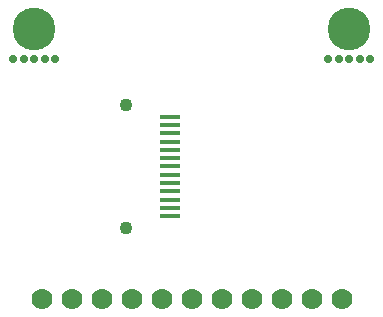
<source format=gbr>
G04 EAGLE Gerber RS-274X export*
G75*
%MOMM*%
%FSLAX34Y34*%
%LPD*%
%INSoldermask Bottom*%
%IPPOS*%
%AMOC8*
5,1,8,0,0,1.08239X$1,22.5*%
G01*
%ADD10C,0.701600*%
%ADD11C,1.778000*%
%ADD12C,3.617600*%
%ADD13R,1.801600X0.451600*%
%ADD14C,1.101600*%


D10*
X27940Y139700D03*
X19050Y139700D03*
X10160Y139700D03*
X1270Y139700D03*
X-7620Y139700D03*
X294640Y139700D03*
X285750Y139700D03*
X276860Y139700D03*
X267970Y139700D03*
X259080Y139700D03*
D11*
X270510Y-63500D03*
X245110Y-63500D03*
X219710Y-63500D03*
X194310Y-63500D03*
X168910Y-63500D03*
X143510Y-63500D03*
X118110Y-63500D03*
X92710Y-63500D03*
X67310Y-63500D03*
X41910Y-63500D03*
X16510Y-63500D03*
D12*
X10160Y165100D03*
X276860Y165100D03*
D13*
X124840Y13660D03*
X124840Y6660D03*
X124840Y90660D03*
X124840Y83660D03*
X124840Y76660D03*
X124840Y69660D03*
X124840Y62660D03*
X124840Y55660D03*
X124840Y48660D03*
X124840Y41660D03*
X124840Y34660D03*
X124840Y27660D03*
X124840Y20660D03*
D14*
X87840Y-3140D03*
X87840Y100860D03*
M02*

</source>
